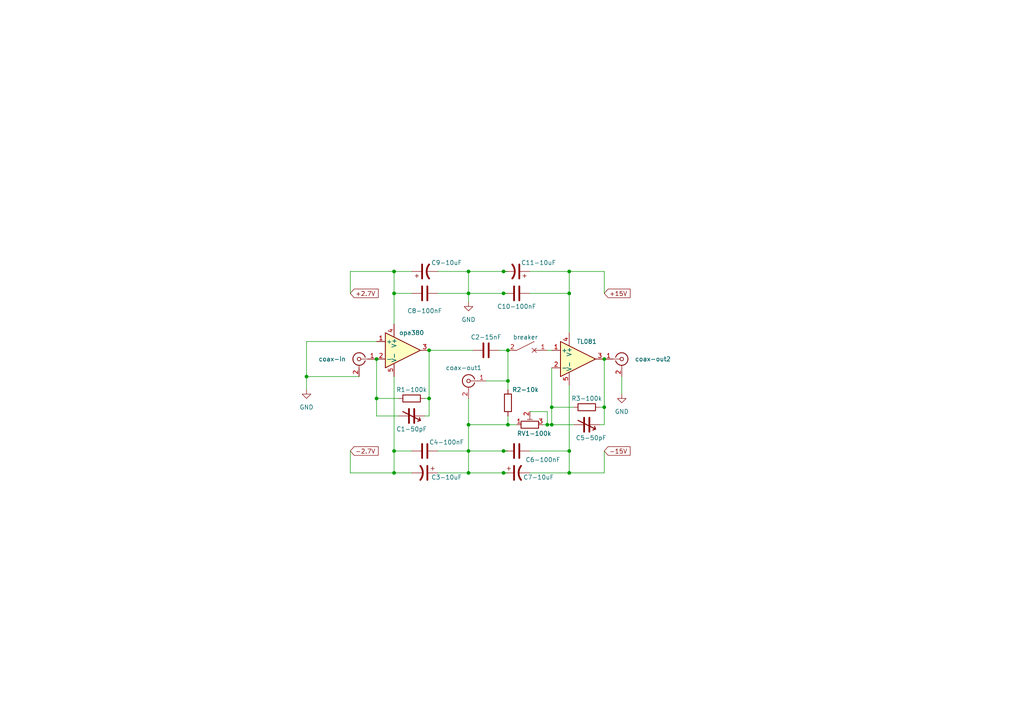
<source format=kicad_sch>
(kicad_sch (version 20230121) (generator eeschema)

  (uuid 1c2464a2-7592-45f1-8818-e9f7f6368cba)

  (paper "A4")

  (lib_symbols
    (symbol "Connector:Conn_Coaxial" (pin_names (offset 1.016) hide) (in_bom yes) (on_board yes)
      (property "Reference" "J" (at 0.254 3.048 0)
        (effects (font (size 1.27 1.27)))
      )
      (property "Value" "Conn_Coaxial" (at 2.921 0 90)
        (effects (font (size 1.27 1.27)))
      )
      (property "Footprint" "" (at 0 0 0)
        (effects (font (size 1.27 1.27)) hide)
      )
      (property "Datasheet" " ~" (at 0 0 0)
        (effects (font (size 1.27 1.27)) hide)
      )
      (property "ki_keywords" "BNC SMA SMB SMC LEMO coaxial connector CINCH RCA" (at 0 0 0)
        (effects (font (size 1.27 1.27)) hide)
      )
      (property "ki_description" "coaxial connector (BNC, SMA, SMB, SMC, Cinch/RCA, LEMO, ...)" (at 0 0 0)
        (effects (font (size 1.27 1.27)) hide)
      )
      (property "ki_fp_filters" "*BNC* *SMA* *SMB* *SMC* *Cinch* *LEMO*" (at 0 0 0)
        (effects (font (size 1.27 1.27)) hide)
      )
      (symbol "Conn_Coaxial_0_1"
        (arc (start -1.778 -0.508) (mid 0.2311 -1.8066) (end 1.778 0)
          (stroke (width 0.254) (type default))
          (fill (type none))
        )
        (polyline
          (pts
            (xy -2.54 0)
            (xy -0.508 0)
          )
          (stroke (width 0) (type default))
          (fill (type none))
        )
        (polyline
          (pts
            (xy 0 -2.54)
            (xy 0 -1.778)
          )
          (stroke (width 0) (type default))
          (fill (type none))
        )
        (circle (center 0 0) (radius 0.508)
          (stroke (width 0.2032) (type default))
          (fill (type none))
        )
        (arc (start 1.778 0) (mid 0.2099 1.8101) (end -1.778 0.508)
          (stroke (width 0.254) (type default))
          (fill (type none))
        )
      )
      (symbol "Conn_Coaxial_1_1"
        (pin passive line (at -5.08 0 0) (length 2.54)
          (name "In" (effects (font (size 1.27 1.27))))
          (number "1" (effects (font (size 1.27 1.27))))
        )
        (pin passive line (at 0 -5.08 90) (length 2.54)
          (name "Ext" (effects (font (size 1.27 1.27))))
          (number "2" (effects (font (size 1.27 1.27))))
        )
      )
    )
    (symbol "Device:C" (pin_numbers hide) (pin_names (offset 0.254)) (in_bom yes) (on_board yes)
      (property "Reference" "C" (at 0.635 2.54 0)
        (effects (font (size 1.27 1.27)) (justify left))
      )
      (property "Value" "C" (at 0.635 -2.54 0)
        (effects (font (size 1.27 1.27)) (justify left))
      )
      (property "Footprint" "" (at 0.9652 -3.81 0)
        (effects (font (size 1.27 1.27)) hide)
      )
      (property "Datasheet" "~" (at 0 0 0)
        (effects (font (size 1.27 1.27)) hide)
      )
      (property "ki_keywords" "cap capacitor" (at 0 0 0)
        (effects (font (size 1.27 1.27)) hide)
      )
      (property "ki_description" "Unpolarized capacitor" (at 0 0 0)
        (effects (font (size 1.27 1.27)) hide)
      )
      (property "ki_fp_filters" "C_*" (at 0 0 0)
        (effects (font (size 1.27 1.27)) hide)
      )
      (symbol "C_0_1"
        (polyline
          (pts
            (xy -2.032 -0.762)
            (xy 2.032 -0.762)
          )
          (stroke (width 0.508) (type default))
          (fill (type none))
        )
        (polyline
          (pts
            (xy -2.032 0.762)
            (xy 2.032 0.762)
          )
          (stroke (width 0.508) (type default))
          (fill (type none))
        )
      )
      (symbol "C_1_1"
        (pin passive line (at 0 3.81 270) (length 2.794)
          (name "~" (effects (font (size 1.27 1.27))))
          (number "1" (effects (font (size 1.27 1.27))))
        )
        (pin passive line (at 0 -3.81 90) (length 2.794)
          (name "~" (effects (font (size 1.27 1.27))))
          (number "2" (effects (font (size 1.27 1.27))))
        )
      )
    )
    (symbol "Device:C_Polarized_US" (pin_numbers hide) (pin_names (offset 0.254) hide) (in_bom yes) (on_board yes)
      (property "Reference" "C" (at 0.635 2.54 0)
        (effects (font (size 1.27 1.27)) (justify left))
      )
      (property "Value" "C_Polarized_US" (at 0.635 -2.54 0)
        (effects (font (size 1.27 1.27)) (justify left))
      )
      (property "Footprint" "" (at 0 0 0)
        (effects (font (size 1.27 1.27)) hide)
      )
      (property "Datasheet" "~" (at 0 0 0)
        (effects (font (size 1.27 1.27)) hide)
      )
      (property "ki_keywords" "cap capacitor" (at 0 0 0)
        (effects (font (size 1.27 1.27)) hide)
      )
      (property "ki_description" "Polarized capacitor, US symbol" (at 0 0 0)
        (effects (font (size 1.27 1.27)) hide)
      )
      (property "ki_fp_filters" "CP_*" (at 0 0 0)
        (effects (font (size 1.27 1.27)) hide)
      )
      (symbol "C_Polarized_US_0_1"
        (polyline
          (pts
            (xy -2.032 0.762)
            (xy 2.032 0.762)
          )
          (stroke (width 0.508) (type default))
          (fill (type none))
        )
        (polyline
          (pts
            (xy -1.778 2.286)
            (xy -0.762 2.286)
          )
          (stroke (width 0) (type default))
          (fill (type none))
        )
        (polyline
          (pts
            (xy -1.27 1.778)
            (xy -1.27 2.794)
          )
          (stroke (width 0) (type default))
          (fill (type none))
        )
        (arc (start 2.032 -1.27) (mid 0 -0.5572) (end -2.032 -1.27)
          (stroke (width 0.508) (type default))
          (fill (type none))
        )
      )
      (symbol "C_Polarized_US_1_1"
        (pin passive line (at 0 3.81 270) (length 2.794)
          (name "~" (effects (font (size 1.27 1.27))))
          (number "1" (effects (font (size 1.27 1.27))))
        )
        (pin passive line (at 0 -3.81 90) (length 3.302)
          (name "~" (effects (font (size 1.27 1.27))))
          (number "2" (effects (font (size 1.27 1.27))))
        )
      )
    )
    (symbol "Device:C_Variable" (pin_numbers hide) (pin_names (offset 0.254) hide) (in_bom yes) (on_board yes)
      (property "Reference" "C" (at 0.635 -1.905 0)
        (effects (font (size 1.27 1.27)) (justify left))
      )
      (property "Value" "C_Variable" (at 0.635 -3.81 0)
        (effects (font (size 1.27 1.27)) (justify left))
      )
      (property "Footprint" "" (at 0 0 0)
        (effects (font (size 1.27 1.27)) hide)
      )
      (property "Datasheet" "~" (at 0 0 0)
        (effects (font (size 1.27 1.27)) hide)
      )
      (property "ki_keywords" "trimmer capacitor" (at 0 0 0)
        (effects (font (size 1.27 1.27)) hide)
      )
      (property "ki_description" "Variable capacitor" (at 0 0 0)
        (effects (font (size 1.27 1.27)) hide)
      )
      (symbol "C_Variable_0_1"
        (polyline
          (pts
            (xy -2.032 -0.762)
            (xy 2.032 -0.762)
          )
          (stroke (width 0.508) (type default))
          (fill (type none))
        )
        (polyline
          (pts
            (xy -2.032 0.762)
            (xy 2.032 0.762)
          )
          (stroke (width 0.508) (type default))
          (fill (type none))
        )
        (polyline
          (pts
            (xy 1.27 2.54)
            (xy -1.27 -2.54)
          )
          (stroke (width 0.3048) (type default))
          (fill (type none))
        )
        (polyline
          (pts
            (xy 1.27 2.54)
            (xy 0.508 2.286)
          )
          (stroke (width 0.3048) (type default))
          (fill (type none))
        )
        (polyline
          (pts
            (xy 1.27 2.54)
            (xy 1.524 1.778)
          )
          (stroke (width 0.3048) (type default))
          (fill (type none))
        )
      )
      (symbol "C_Variable_1_1"
        (pin passive line (at 0 3.81 270) (length 3.048)
          (name "~" (effects (font (size 1.27 1.27))))
          (number "1" (effects (font (size 1.27 1.27))))
        )
        (pin passive line (at 0 -3.81 90) (length 3.048)
          (name "~" (effects (font (size 1.27 1.27))))
          (number "2" (effects (font (size 1.27 1.27))))
        )
      )
    )
    (symbol "Device:CircuitBreaker_1P" (in_bom yes) (on_board yes)
      (property "Reference" "CB1" (at 6.35 -3.81 90)
        (effects (font (size 1.27 1.27)) hide)
      )
      (property "Value" "breaker" (at 0 3.81 90)
        (effects (font (size 1.27 1.27)))
      )
      (property "Footprint" "" (at 0 0 0)
        (effects (font (size 1.27 1.27)) hide)
      )
      (property "Datasheet" "~" (at 0 0 0)
        (effects (font (size 1.27 1.27)) hide)
      )
      (property "ki_keywords" "CB" (at 0 0 0)
        (effects (font (size 1.27 1.27)) hide)
      )
      (property "ki_description" "Single pole circuit breaker" (at 0 0 0)
        (effects (font (size 1.27 1.27)) hide)
      )
      (symbol "CircuitBreaker_1P_0_1"
        (polyline
          (pts
            (xy 0 -5.08)
            (xy 0 -3.81)
          )
          (stroke (width 0) (type default))
          (fill (type none))
        )
        (polyline
          (pts
            (xy 0 -3.81)
            (xy -2.54 1.27)
          )
          (stroke (width 0) (type default))
          (fill (type none))
        )
      )
      (symbol "CircuitBreaker_1P_1_1"
        (polyline
          (pts
            (xy -0.635 1.905)
            (xy 0.635 0.635)
          )
          (stroke (width 0) (type default))
          (fill (type none))
        )
        (polyline
          (pts
            (xy 0 2.54)
            (xy 0 1.27)
          )
          (stroke (width 0) (type default))
          (fill (type none))
        )
        (polyline
          (pts
            (xy 0.635 1.905)
            (xy -0.635 0.635)
          )
          (stroke (width 0) (type default))
          (fill (type none))
        )
        (pin passive line (at 0 5.08 270) (length 2.54)
          (name "~" (effects (font (size 1.27 1.27))))
          (number "1" (effects (font (size 1.27 1.27))))
        )
        (pin passive line (at 0 -6.35 90) (length 2.54)
          (name "~" (effects (font (size 1.27 1.27))))
          (number "2" (effects (font (size 1.27 1.27))))
        )
      )
    )
    (symbol "Device:R" (pin_numbers hide) (pin_names (offset 0)) (in_bom yes) (on_board yes)
      (property "Reference" "R" (at 2.032 0 90)
        (effects (font (size 1.27 1.27)))
      )
      (property "Value" "R" (at 0 0 90)
        (effects (font (size 1.27 1.27)))
      )
      (property "Footprint" "" (at -1.778 0 90)
        (effects (font (size 1.27 1.27)) hide)
      )
      (property "Datasheet" "~" (at 0 0 0)
        (effects (font (size 1.27 1.27)) hide)
      )
      (property "ki_keywords" "R res resistor" (at 0 0 0)
        (effects (font (size 1.27 1.27)) hide)
      )
      (property "ki_description" "Resistor" (at 0 0 0)
        (effects (font (size 1.27 1.27)) hide)
      )
      (property "ki_fp_filters" "R_*" (at 0 0 0)
        (effects (font (size 1.27 1.27)) hide)
      )
      (symbol "R_0_1"
        (rectangle (start -1.016 -2.54) (end 1.016 2.54)
          (stroke (width 0.254) (type default))
          (fill (type none))
        )
      )
      (symbol "R_1_1"
        (pin passive line (at 0 3.81 270) (length 1.27)
          (name "~" (effects (font (size 1.27 1.27))))
          (number "1" (effects (font (size 1.27 1.27))))
        )
        (pin passive line (at 0 -3.81 90) (length 1.27)
          (name "~" (effects (font (size 1.27 1.27))))
          (number "2" (effects (font (size 1.27 1.27))))
        )
      )
    )
    (symbol "Device:R_Potentiometer_Trim" (pin_names (offset 1.016) hide) (in_bom yes) (on_board yes)
      (property "Reference" "RV" (at -4.445 0 90)
        (effects (font (size 1.27 1.27)))
      )
      (property "Value" "R_Potentiometer_Trim" (at -2.54 0 90)
        (effects (font (size 1.27 1.27)))
      )
      (property "Footprint" "" (at 0 0 0)
        (effects (font (size 1.27 1.27)) hide)
      )
      (property "Datasheet" "~" (at 0 0 0)
        (effects (font (size 1.27 1.27)) hide)
      )
      (property "ki_keywords" "resistor variable trimpot trimmer" (at 0 0 0)
        (effects (font (size 1.27 1.27)) hide)
      )
      (property "ki_description" "Trim-potentiometer" (at 0 0 0)
        (effects (font (size 1.27 1.27)) hide)
      )
      (property "ki_fp_filters" "Potentiometer*" (at 0 0 0)
        (effects (font (size 1.27 1.27)) hide)
      )
      (symbol "R_Potentiometer_Trim_0_1"
        (polyline
          (pts
            (xy 1.524 0.762)
            (xy 1.524 -0.762)
          )
          (stroke (width 0) (type default))
          (fill (type none))
        )
        (polyline
          (pts
            (xy 2.54 0)
            (xy 1.524 0)
          )
          (stroke (width 0) (type default))
          (fill (type none))
        )
        (rectangle (start 1.016 2.54) (end -1.016 -2.54)
          (stroke (width 0.254) (type default))
          (fill (type none))
        )
      )
      (symbol "R_Potentiometer_Trim_1_1"
        (pin passive line (at 0 3.81 270) (length 1.27)
          (name "1" (effects (font (size 1.27 1.27))))
          (number "1" (effects (font (size 1.27 1.27))))
        )
        (pin passive line (at 3.81 0 180) (length 1.27)
          (name "2" (effects (font (size 1.27 1.27))))
          (number "2" (effects (font (size 1.27 1.27))))
        )
        (pin passive line (at 0 -3.81 90) (length 1.27)
          (name "3" (effects (font (size 1.27 1.27))))
          (number "3" (effects (font (size 1.27 1.27))))
        )
      )
    )
    (symbol "Simulation_SPICE:OPAMP" (pin_names (offset 0.254)) (in_bom yes) (on_board yes)
      (property "Reference" "U" (at 3.81 3.175 0)
        (effects (font (size 1.27 1.27)) (justify left))
      )
      (property "Value" "${SIM.PARAMS}" (at 3.81 -3.175 0)
        (effects (font (size 1.27 1.27)) (justify left))
      )
      (property "Footprint" "" (at 0 0 0)
        (effects (font (size 1.27 1.27)) hide)
      )
      (property "Datasheet" "~" (at 0 0 0)
        (effects (font (size 1.27 1.27)) hide)
      )
      (property "Sim.Pins" "1=1 2=2 3=3 4=4 5=5" (at 0 0 0)
        (effects (font (size 1.27 1.27)) hide)
      )
      (property "Sim.Device" "SPICE" (at 0 0 0)
        (effects (font (size 1.27 1.27)) (justify left) hide)
      )
      (property "Sim.Params" "type=\"X\" model=\"OPAMP\" lib=\"\"" (at 0 0 0)
        (effects (font (size 1.27 1.27)) hide)
      )
      (property "ki_keywords" "simulation" (at 0 0 0)
        (effects (font (size 1.27 1.27)) hide)
      )
      (property "ki_description" "Operational amplifier, single, node sequence=1:+ 2:- 3:OUT 4:V+ 5:V-" (at 0 0 0)
        (effects (font (size 1.27 1.27)) hide)
      )
      (symbol "OPAMP_0_1"
        (polyline
          (pts
            (xy 5.08 0)
            (xy -5.08 5.08)
            (xy -5.08 -5.08)
            (xy 5.08 0)
          )
          (stroke (width 0.254) (type default))
          (fill (type background))
        )
      )
      (symbol "OPAMP_1_1"
        (pin input line (at -7.62 2.54 0) (length 2.54)
          (name "+" (effects (font (size 1.27 1.27))))
          (number "1" (effects (font (size 1.27 1.27))))
        )
        (pin input line (at -7.62 -2.54 0) (length 2.54)
          (name "-" (effects (font (size 1.27 1.27))))
          (number "2" (effects (font (size 1.27 1.27))))
        )
        (pin output line (at 7.62 0 180) (length 2.54)
          (name "~" (effects (font (size 1.27 1.27))))
          (number "3" (effects (font (size 1.27 1.27))))
        )
        (pin power_in line (at -2.54 7.62 270) (length 3.81)
          (name "V+" (effects (font (size 1.27 1.27))))
          (number "4" (effects (font (size 1.27 1.27))))
        )
        (pin power_in line (at -2.54 -7.62 90) (length 3.81)
          (name "V-" (effects (font (size 1.27 1.27))))
          (number "5" (effects (font (size 1.27 1.27))))
        )
      )
    )
    (symbol "power:GND" (power) (pin_names (offset 0)) (in_bom yes) (on_board yes)
      (property "Reference" "#PWR" (at 0 -6.35 0)
        (effects (font (size 1.27 1.27)) hide)
      )
      (property "Value" "GND" (at 0 -3.81 0)
        (effects (font (size 1.27 1.27)))
      )
      (property "Footprint" "" (at 0 0 0)
        (effects (font (size 1.27 1.27)) hide)
      )
      (property "Datasheet" "" (at 0 0 0)
        (effects (font (size 1.27 1.27)) hide)
      )
      (property "ki_keywords" "global power" (at 0 0 0)
        (effects (font (size 1.27 1.27)) hide)
      )
      (property "ki_description" "Power symbol creates a global label with name \"GND\" , ground" (at 0 0 0)
        (effects (font (size 1.27 1.27)) hide)
      )
      (symbol "GND_0_1"
        (polyline
          (pts
            (xy 0 0)
            (xy 0 -1.27)
            (xy 1.27 -1.27)
            (xy 0 -2.54)
            (xy -1.27 -1.27)
            (xy 0 -1.27)
          )
          (stroke (width 0) (type default))
          (fill (type none))
        )
      )
      (symbol "GND_1_1"
        (pin power_in line (at 0 0 270) (length 0) hide
          (name "GND" (effects (font (size 1.27 1.27))))
          (number "1" (effects (font (size 1.27 1.27))))
        )
      )
    )
  )

  (junction (at 160.02 123.19) (diameter 0) (color 0 0 0 0)
    (uuid 05a26efa-d29c-4978-aaf5-4e4f3e325973)
  )
  (junction (at 124.46 115.57) (diameter 0) (color 0 0 0 0)
    (uuid 0fa712f7-e466-4b83-8bfd-0579bd19b841)
  )
  (junction (at 147.32 101.6) (diameter 0) (color 0 0 0 0)
    (uuid 151de1d7-6b4c-469c-aa2c-0a8824268ccd)
  )
  (junction (at 114.3 85.09) (diameter 0) (color 0 0 0 0)
    (uuid 325b6975-7f33-4fe3-b2bb-de4e07e2ed45)
  )
  (junction (at 109.22 115.57) (diameter 0) (color 0 0 0 0)
    (uuid 3f8b4957-c064-4f3e-8eca-fba7154db956)
  )
  (junction (at 88.9 109.22) (diameter 0) (color 0 0 0 0)
    (uuid 4471ad9b-124b-4bab-ad0b-867bc946a620)
  )
  (junction (at 175.26 118.11) (diameter 0) (color 0 0 0 0)
    (uuid 4a76718a-f5ef-48f7-996a-ec7ff139e2af)
  )
  (junction (at 135.89 85.09) (diameter 0) (color 0 0 0 0)
    (uuid 4fe2fd85-4bf3-4ba6-ba0e-222fd8fe3b28)
  )
  (junction (at 114.3 137.16) (diameter 0) (color 0 0 0 0)
    (uuid 4fff25a4-9648-485a-ae8c-5eb6d05fe4fa)
  )
  (junction (at 146.05 137.16) (diameter 0) (color 0 0 0 0)
    (uuid 542e54f5-cb99-4c29-a48a-fba78c6d5591)
  )
  (junction (at 114.3 130.81) (diameter 0) (color 0 0 0 0)
    (uuid 5566dec4-eea4-4489-9466-acad298d536d)
  )
  (junction (at 135.89 137.16) (diameter 0) (color 0 0 0 0)
    (uuid 5591b8fd-86db-4404-8439-ad53f3c8e8ce)
  )
  (junction (at 147.32 110.49) (diameter 0) (color 0 0 0 0)
    (uuid 598b704c-04d4-4e00-9f9c-087fc3088528)
  )
  (junction (at 146.05 78.74) (diameter 0) (color 0 0 0 0)
    (uuid 5a755db7-b355-46aa-b8bd-87d17179af60)
  )
  (junction (at 146.05 130.81) (diameter 0) (color 0 0 0 0)
    (uuid 64c1b379-1e30-427c-9950-5da22fc12fcf)
  )
  (junction (at 165.1 130.81) (diameter 0) (color 0 0 0 0)
    (uuid 6f71eb0f-380c-4df4-a5df-d2b0b8fdd6fa)
  )
  (junction (at 135.89 130.81) (diameter 0) (color 0 0 0 0)
    (uuid 71d5f2cd-5463-416d-99fe-eba09a78a061)
  )
  (junction (at 158.75 123.19) (diameter 0) (color 0 0 0 0)
    (uuid 7d97fa3b-17f7-4e84-8bb8-7b3cba38b760)
  )
  (junction (at 146.05 85.09) (diameter 0) (color 0 0 0 0)
    (uuid 85fa4bda-9a22-422a-8aba-f01f35002c4d)
  )
  (junction (at 124.46 101.6) (diameter 0) (color 0 0 0 0)
    (uuid 9c1d14a6-3698-43eb-a123-e9aa69c04b46)
  )
  (junction (at 175.26 104.14) (diameter 0) (color 0 0 0 0)
    (uuid a4b33ddb-034d-4477-9895-13dacaca1c33)
  )
  (junction (at 165.1 78.74) (diameter 0) (color 0 0 0 0)
    (uuid a699189d-40bf-4a29-af5a-9b191933139d)
  )
  (junction (at 135.89 78.74) (diameter 0) (color 0 0 0 0)
    (uuid b8b56e36-77ae-4639-be97-8d0e7ba9ffb1)
  )
  (junction (at 147.32 123.19) (diameter 0) (color 0 0 0 0)
    (uuid ba964749-0fdb-46f7-be51-7493dc004cd5)
  )
  (junction (at 160.02 118.11) (diameter 0) (color 0 0 0 0)
    (uuid c099a9d8-c43f-410c-810a-78fdfab8faa9)
  )
  (junction (at 135.89 123.19) (diameter 0) (color 0 0 0 0)
    (uuid d72f9714-dfae-4131-8585-e163f62a387b)
  )
  (junction (at 165.1 137.16) (diameter 0) (color 0 0 0 0)
    (uuid db148f95-293f-46c0-9ace-30fd11963805)
  )
  (junction (at 165.1 85.09) (diameter 0) (color 0 0 0 0)
    (uuid db20811d-ffe4-4a7a-8819-5b7a2c1b1855)
  )
  (junction (at 109.22 104.14) (diameter 0) (color 0 0 0 0)
    (uuid e9607b20-a4c4-422d-99a0-7370576b4a76)
  )
  (junction (at 114.3 78.74) (diameter 0) (color 0 0 0 0)
    (uuid e994fa6d-3cf3-4238-b296-6b6d71e15a7a)
  )

  (wire (pts (xy 147.32 78.74) (xy 146.05 78.74))
    (stroke (width 0) (type default))
    (uuid 00255f13-72f3-4d7f-88dc-1baead39a604)
  )
  (wire (pts (xy 153.67 85.09) (xy 165.1 85.09))
    (stroke (width 0) (type default))
    (uuid 01cc286e-1b46-40d3-8a73-bf8e4c2fbfff)
  )
  (wire (pts (xy 114.3 85.09) (xy 114.3 93.98))
    (stroke (width 0) (type default))
    (uuid 03be056c-7ec2-4460-a664-63f2686bbf4c)
  )
  (wire (pts (xy 160.02 106.68) (xy 160.02 118.11))
    (stroke (width 0) (type default))
    (uuid 05e8ddf4-27f3-46a3-9cac-e87d653fe57d)
  )
  (wire (pts (xy 135.89 123.19) (xy 135.89 130.81))
    (stroke (width 0) (type default))
    (uuid 05f7af5f-9b58-41e5-8110-51aec27aadef)
  )
  (wire (pts (xy 109.22 115.57) (xy 115.57 115.57))
    (stroke (width 0) (type default))
    (uuid 0bd6df8a-a9ad-45cf-a91b-ab34f37f2f34)
  )
  (wire (pts (xy 135.89 85.09) (xy 135.89 78.74))
    (stroke (width 0) (type default))
    (uuid 1043f74a-0b16-4969-96b1-b2a9530007f9)
  )
  (wire (pts (xy 101.6 137.16) (xy 114.3 137.16))
    (stroke (width 0) (type default))
    (uuid 107c80af-fce4-472f-8e49-947a1bd6579e)
  )
  (wire (pts (xy 135.89 123.19) (xy 147.32 123.19))
    (stroke (width 0) (type default))
    (uuid 15907b5f-5934-4246-b720-b781999ef22e)
  )
  (wire (pts (xy 147.32 120.65) (xy 147.32 123.19))
    (stroke (width 0) (type default))
    (uuid 17c6644e-227e-46f3-8ad0-ac1178d9bcd0)
  )
  (wire (pts (xy 147.32 123.19) (xy 149.86 123.19))
    (stroke (width 0) (type default))
    (uuid 1d5cea84-a78c-4e40-a34b-42e6a1df4705)
  )
  (wire (pts (xy 147.32 110.49) (xy 147.32 113.03))
    (stroke (width 0) (type default))
    (uuid 1d6ba5d4-46e3-4a18-9cd5-870893bc31c3)
  )
  (wire (pts (xy 127 137.16) (xy 135.89 137.16))
    (stroke (width 0) (type default))
    (uuid 210ce0fc-4694-402b-ab26-e01c3306e05e)
  )
  (wire (pts (xy 124.46 101.6) (xy 124.46 115.57))
    (stroke (width 0) (type default))
    (uuid 26405046-75b6-40e8-bed5-ce59e3c3fa54)
  )
  (wire (pts (xy 114.3 78.74) (xy 114.3 85.09))
    (stroke (width 0) (type default))
    (uuid 27a2ae9f-03c6-4791-b9bb-6f60ba246b1e)
  )
  (wire (pts (xy 135.89 137.16) (xy 146.05 137.16))
    (stroke (width 0) (type default))
    (uuid 2ac26221-9025-4637-9e73-366ad1692c05)
  )
  (wire (pts (xy 165.1 130.81) (xy 165.1 137.16))
    (stroke (width 0) (type default))
    (uuid 2e59205b-f643-4939-8750-b5244839298e)
  )
  (wire (pts (xy 114.3 137.16) (xy 119.38 137.16))
    (stroke (width 0) (type default))
    (uuid 31d7c6fa-bc90-41bc-a4ac-f61e473cb649)
  )
  (wire (pts (xy 88.9 113.03) (xy 88.9 109.22))
    (stroke (width 0) (type default))
    (uuid 389bf446-2400-4094-a3f5-cf96a6ff0451)
  )
  (wire (pts (xy 140.97 110.49) (xy 147.32 110.49))
    (stroke (width 0) (type default))
    (uuid 3d47b0d8-d6b1-4fc9-a22f-99d476be167b)
  )
  (wire (pts (xy 109.22 120.65) (xy 115.57 120.65))
    (stroke (width 0) (type default))
    (uuid 3e9effa1-66c0-4b8e-a7ac-db1004d7ce24)
  )
  (wire (pts (xy 160.02 118.11) (xy 160.02 123.19))
    (stroke (width 0) (type default))
    (uuid 40afa305-f586-41ba-bd27-a0b6974a6c48)
  )
  (wire (pts (xy 124.46 101.6) (xy 137.16 101.6))
    (stroke (width 0) (type default))
    (uuid 4236483e-0c5b-460f-8679-09d58e9f4478)
  )
  (wire (pts (xy 101.6 137.16) (xy 101.6 130.81))
    (stroke (width 0) (type default))
    (uuid 49356f63-f451-4236-aeae-c6e8a2580a60)
  )
  (wire (pts (xy 153.67 78.74) (xy 165.1 78.74))
    (stroke (width 0) (type default))
    (uuid 4e2ec1c7-061d-47c6-8429-7b1b56fd3c8c)
  )
  (wire (pts (xy 175.26 118.11) (xy 173.99 118.11))
    (stroke (width 0) (type default))
    (uuid 506773a8-2049-433f-9b83-1f8d6e9363d6)
  )
  (wire (pts (xy 153.67 119.38) (xy 158.75 119.38))
    (stroke (width 0) (type default))
    (uuid 570e8bab-2289-4067-a922-c446a35ed2c6)
  )
  (wire (pts (xy 147.32 101.6) (xy 147.32 110.49))
    (stroke (width 0) (type default))
    (uuid 5bae4596-ae73-4964-b964-734693bb941c)
  )
  (wire (pts (xy 175.26 118.11) (xy 175.26 123.19))
    (stroke (width 0) (type default))
    (uuid 5d36e4ff-6506-4481-b054-be3de84bee33)
  )
  (wire (pts (xy 135.89 130.81) (xy 146.05 130.81))
    (stroke (width 0) (type default))
    (uuid 5da2f89e-59de-4b11-b980-6fdec23a8bc1)
  )
  (wire (pts (xy 175.26 104.14) (xy 175.26 118.11))
    (stroke (width 0) (type default))
    (uuid 5e80a254-5a5d-4c9a-a424-2ef3592e87fd)
  )
  (wire (pts (xy 147.32 85.09) (xy 146.05 85.09))
    (stroke (width 0) (type default))
    (uuid 647762d5-9de5-47c0-8bd9-620752297078)
  )
  (wire (pts (xy 175.26 137.16) (xy 175.26 130.81))
    (stroke (width 0) (type default))
    (uuid 67306a11-4a44-4ea9-a7fb-bf5249752f60)
  )
  (wire (pts (xy 101.6 78.74) (xy 114.3 78.74))
    (stroke (width 0) (type default))
    (uuid 67a7b428-7255-4eae-9a00-5e736a67bf71)
  )
  (wire (pts (xy 127 78.74) (xy 135.89 78.74))
    (stroke (width 0) (type default))
    (uuid 682fc13d-bcde-40de-9a21-cb0dca6e2e02)
  )
  (wire (pts (xy 175.26 85.09) (xy 175.26 78.74))
    (stroke (width 0) (type default))
    (uuid 695c403a-987c-4520-8781-b4efd297149d)
  )
  (wire (pts (xy 109.22 115.57) (xy 109.22 120.65))
    (stroke (width 0) (type default))
    (uuid 6c73c90e-1efa-4b51-a6e1-fbd6f8acdeb2)
  )
  (wire (pts (xy 124.46 120.65) (xy 123.19 120.65))
    (stroke (width 0) (type default))
    (uuid 6f6f4736-ad9e-4740-b25a-d891330daf2d)
  )
  (wire (pts (xy 109.22 99.06) (xy 88.9 99.06))
    (stroke (width 0) (type default))
    (uuid 75480776-9b74-4514-9558-9919413ba2ac)
  )
  (wire (pts (xy 88.9 99.06) (xy 88.9 109.22))
    (stroke (width 0) (type default))
    (uuid 7657e2e7-1659-48de-91c1-d24375762a9e)
  )
  (wire (pts (xy 109.22 104.14) (xy 109.22 115.57))
    (stroke (width 0) (type default))
    (uuid 7b401306-54ab-459f-8b4c-733e4830f553)
  )
  (wire (pts (xy 101.6 78.74) (xy 101.6 85.09))
    (stroke (width 0) (type default))
    (uuid 7cc3544f-e619-4877-ad0e-ee9d4402ea3b)
  )
  (wire (pts (xy 124.46 115.57) (xy 124.46 120.65))
    (stroke (width 0) (type default))
    (uuid 7fcb3728-4eeb-4b73-aaad-a17e359c4a60)
  )
  (wire (pts (xy 153.67 130.81) (xy 165.1 130.81))
    (stroke (width 0) (type default))
    (uuid 81a664b4-76c7-4c81-83c2-042336f1735a)
  )
  (wire (pts (xy 135.89 115.57) (xy 135.89 123.19))
    (stroke (width 0) (type default))
    (uuid 83bc5023-22e0-42aa-97af-4c5f75900caa)
  )
  (wire (pts (xy 114.3 130.81) (xy 114.3 137.16))
    (stroke (width 0) (type default))
    (uuid 83d8f69e-72d9-4b44-a99e-7d796e96a74b)
  )
  (wire (pts (xy 114.3 109.22) (xy 114.3 130.81))
    (stroke (width 0) (type default))
    (uuid 858bc044-1edb-4ad4-ba4e-e66a0ffeae6e)
  )
  (wire (pts (xy 158.75 101.6) (xy 160.02 101.6))
    (stroke (width 0) (type default))
    (uuid 8715cc27-455a-4953-ba4c-b97387eaab7b)
  )
  (wire (pts (xy 114.3 78.74) (xy 119.38 78.74))
    (stroke (width 0) (type default))
    (uuid 8c3133fd-4240-4004-8ab0-fda898ea72ae)
  )
  (wire (pts (xy 124.46 115.57) (xy 123.19 115.57))
    (stroke (width 0) (type default))
    (uuid 8f7c5756-5c81-4f60-8e6b-dbc30bfbccba)
  )
  (wire (pts (xy 158.75 123.19) (xy 157.48 123.19))
    (stroke (width 0) (type default))
    (uuid 91668b95-b05f-4606-8e46-1fc82bab3c4d)
  )
  (wire (pts (xy 180.34 114.3) (xy 180.34 109.22))
    (stroke (width 0) (type default))
    (uuid 91bd62f4-5896-4b02-a051-a1b5b6af8c40)
  )
  (wire (pts (xy 144.78 101.6) (xy 147.32 101.6))
    (stroke (width 0) (type default))
    (uuid 94c12a2d-9542-4ab9-959b-db65701a211a)
  )
  (wire (pts (xy 114.3 85.09) (xy 119.38 85.09))
    (stroke (width 0) (type default))
    (uuid a00362c5-ac14-498a-94b6-efeaf148a66f)
  )
  (wire (pts (xy 135.89 85.09) (xy 146.05 85.09))
    (stroke (width 0) (type default))
    (uuid a6a09389-ba4c-4c47-81f7-2abfa22d0f7d)
  )
  (wire (pts (xy 175.26 78.74) (xy 165.1 78.74))
    (stroke (width 0) (type default))
    (uuid a875013b-7f9a-4bff-afaf-6553b36d25e4)
  )
  (wire (pts (xy 160.02 123.19) (xy 158.75 123.19))
    (stroke (width 0) (type default))
    (uuid abca3f99-f0c6-4b88-ac3c-5677ed2f59af)
  )
  (wire (pts (xy 158.75 119.38) (xy 158.75 123.19))
    (stroke (width 0) (type default))
    (uuid ad1c8097-42af-4352-898b-0e8c432ffa76)
  )
  (wire (pts (xy 135.89 87.63) (xy 135.89 85.09))
    (stroke (width 0) (type default))
    (uuid ba396769-0ac8-41d2-a413-20d0e2b2b03a)
  )
  (wire (pts (xy 147.32 137.16) (xy 146.05 137.16))
    (stroke (width 0) (type default))
    (uuid bc0f56d7-a262-466b-aa1a-81570ad3ac5c)
  )
  (wire (pts (xy 153.67 137.16) (xy 165.1 137.16))
    (stroke (width 0) (type default))
    (uuid c0a04a98-c183-42fc-8374-a4073f5d9f4b)
  )
  (wire (pts (xy 135.89 130.81) (xy 135.89 137.16))
    (stroke (width 0) (type default))
    (uuid c37427d1-c7ba-4b38-b6c3-86a7494cc748)
  )
  (wire (pts (xy 114.3 130.81) (xy 119.38 130.81))
    (stroke (width 0) (type default))
    (uuid c7c9a08c-fb47-4154-99d7-15aa52fe5cd0)
  )
  (wire (pts (xy 165.1 111.76) (xy 165.1 130.81))
    (stroke (width 0) (type default))
    (uuid d5bd4de1-88fd-4f12-8a83-0a0f98292855)
  )
  (wire (pts (xy 160.02 123.19) (xy 166.37 123.19))
    (stroke (width 0) (type default))
    (uuid dd6d2646-e37e-44a3-9f66-810515c170ba)
  )
  (wire (pts (xy 147.32 130.81) (xy 146.05 130.81))
    (stroke (width 0) (type default))
    (uuid e5e99a6a-fbcd-4983-a317-c7e646a5789a)
  )
  (wire (pts (xy 160.02 118.11) (xy 166.37 118.11))
    (stroke (width 0) (type default))
    (uuid e64e0cd4-c726-421b-b3b4-294a8733ef78)
  )
  (wire (pts (xy 135.89 78.74) (xy 146.05 78.74))
    (stroke (width 0) (type default))
    (uuid e92d8304-1ffb-41ca-bcfb-f347a400f9a4)
  )
  (wire (pts (xy 165.1 78.74) (xy 165.1 85.09))
    (stroke (width 0) (type default))
    (uuid eb54baef-e97d-464d-8ae8-ce175e226485)
  )
  (wire (pts (xy 165.1 85.09) (xy 165.1 96.52))
    (stroke (width 0) (type default))
    (uuid efbe7cad-d3a3-4b03-9a14-3705362f5832)
  )
  (wire (pts (xy 88.9 109.22) (xy 104.14 109.22))
    (stroke (width 0) (type default))
    (uuid f522f3e9-a5ea-4edd-a84a-9280283e57f3)
  )
  (wire (pts (xy 175.26 137.16) (xy 165.1 137.16))
    (stroke (width 0) (type default))
    (uuid f6f0df75-4cdb-4dc8-a7e0-0452bece219c)
  )
  (wire (pts (xy 127 130.81) (xy 135.89 130.81))
    (stroke (width 0) (type default))
    (uuid fb9a909b-afb7-4e96-8034-ca9d2baab0c9)
  )
  (wire (pts (xy 127 85.09) (xy 135.89 85.09))
    (stroke (width 0) (type default))
    (uuid fcb9dc2a-2b36-433a-b672-2ea1dcfd8452)
  )
  (wire (pts (xy 175.26 123.19) (xy 173.99 123.19))
    (stroke (width 0) (type default))
    (uuid fd22fe40-515f-4390-8a11-54dc1106ad7a)
  )

  (global_label "-15V" (shape input) (at 175.26 130.81 0) (fields_autoplaced)
    (effects (font (size 1.27 1.27)) (justify left))
    (uuid 2589da72-c7d8-4c6b-890d-8d9d961ecee2)
    (property "Intersheetrefs" "${INTERSHEET_REFS}" (at 183.2458 130.81 0)
      (effects (font (size 1.27 1.27)) (justify left) hide)
    )
  )
  (global_label "-2.7V" (shape input) (at 101.6 130.81 0) (fields_autoplaced)
    (effects (font (size 1.27 1.27)) (justify left))
    (uuid 7d546442-d3a0-42b5-89b1-dd514b3ba29a)
    (property "Intersheetrefs" "${INTERSHEET_REFS}" (at 110.1906 130.81 0)
      (effects (font (size 1.27 1.27)) (justify left) hide)
    )
  )
  (global_label "+15V" (shape input) (at 175.26 85.09 0) (fields_autoplaced)
    (effects (font (size 1.27 1.27)) (justify left))
    (uuid bbeb404a-0f5e-4e68-920d-0906086950c6)
    (property "Intersheetrefs" "${INTERSHEET_REFS}" (at 183.2458 85.09 0)
      (effects (font (size 1.27 1.27)) (justify left) hide)
    )
  )
  (global_label "+2.7V" (shape input) (at 101.6 85.09 0) (fields_autoplaced)
    (effects (font (size 1.27 1.27)) (justify left))
    (uuid e06d01d8-da29-4fd4-b63b-b873f938b57e)
    (property "Intersheetrefs" "${INTERSHEET_REFS}" (at 110.1906 85.09 0)
      (effects (font (size 1.27 1.27)) (justify left) hide)
    )
  )

  (symbol (lib_id "Connector:Conn_Coaxial") (at 135.89 110.49 0) (mirror y) (unit 1)
    (in_bom yes) (on_board yes) (dnp no)
    (uuid 0e5d2747-55ba-46e7-a758-2d7505229d33)
    (property "Reference" "J2" (at 132.08 110.1482 0)
      (effects (font (size 1.27 1.27)) (justify left) hide)
    )
    (property "Value" "coax-out1" (at 139.7 106.68 0)
      (effects (font (size 1.27 1.27)) (justify left))
    )
    (property "Footprint" "" (at 135.89 110.49 0)
      (effects (font (size 1.27 1.27)) hide)
    )
    (property "Datasheet" " ~" (at 135.89 110.49 0)
      (effects (font (size 1.27 1.27)) hide)
    )
    (pin "1" (uuid b7ff318e-77f3-4b5c-b489-1b5ea23d100c))
    (pin "2" (uuid bbf65665-9cf6-4fac-a46b-d9da65b1ab85))
    (instances
      (project "ampli"
        (path "/1c2464a2-7592-45f1-8818-e9f7f6368cba"
          (reference "J2") (unit 1)
        )
      )
    )
  )

  (symbol (lib_id "Device:C") (at 140.97 101.6 270) (unit 1)
    (in_bom yes) (on_board yes) (dnp no)
    (uuid 1aede6f3-3c75-4542-b951-5630c6542106)
    (property "Reference" "C2-15nF" (at 140.97 97.79 90)
      (effects (font (size 1.27 1.27)))
    )
    (property "Value" "C" (at 140.97 97.79 90)
      (effects (font (size 1.27 1.27)) hide)
    )
    (property "Footprint" "" (at 137.16 102.5652 0)
      (effects (font (size 1.27 1.27)) hide)
    )
    (property "Datasheet" "~" (at 140.97 101.6 0)
      (effects (font (size 1.27 1.27)) hide)
    )
    (pin "1" (uuid f32314f5-0f46-4d9d-9b7c-a81689d0ebc8))
    (pin "2" (uuid f503ed13-8209-45d7-8035-5d1bc1ef7305))
    (instances
      (project "ampli"
        (path "/1c2464a2-7592-45f1-8818-e9f7f6368cba"
          (reference "C2-15nF") (unit 1)
        )
      )
    )
  )

  (symbol (lib_id "Device:R_Potentiometer_Trim") (at 153.67 123.19 90) (unit 1)
    (in_bom yes) (on_board yes) (dnp no)
    (uuid 350e1801-bff0-49ff-ae4d-084139e7d590)
    (property "Reference" "RV1-100k" (at 154.94 125.73 90)
      (effects (font (size 1.27 1.27)))
    )
    (property "Value" "R_Potentiometer_Trim" (at 153.67 129.54 90)
      (effects (font (size 1.27 1.27)) hide)
    )
    (property "Footprint" "" (at 153.67 123.19 0)
      (effects (font (size 1.27 1.27)) hide)
    )
    (property "Datasheet" "~" (at 153.67 123.19 0)
      (effects (font (size 1.27 1.27)) hide)
    )
    (pin "1" (uuid 0b36b32c-6b8d-4e14-aeab-012ebb1877fd))
    (pin "2" (uuid 990b9d1f-9a26-4055-bf51-a24f4b0087f2))
    (pin "3" (uuid 3ebae8b0-26ec-4788-abde-d09e670f1094))
    (instances
      (project "ampli"
        (path "/1c2464a2-7592-45f1-8818-e9f7f6368cba"
          (reference "RV1-100k") (unit 1)
        )
      )
    )
  )

  (symbol (lib_id "Device:C_Polarized_US") (at 149.86 137.16 90) (mirror x) (unit 1)
    (in_bom yes) (on_board yes) (dnp no)
    (uuid 3aa69e1e-6196-436e-a6ee-be20d935ed94)
    (property "Reference" "C7-10uF" (at 156.21 138.43 90)
      (effects (font (size 1.27 1.27)))
    )
    (property "Value" "C_Polarized_US" (at 149.225 133.35 90)
      (effects (font (size 1.27 1.27)) hide)
    )
    (property "Footprint" "" (at 149.86 137.16 0)
      (effects (font (size 1.27 1.27)) hide)
    )
    (property "Datasheet" "~" (at 149.86 137.16 0)
      (effects (font (size 1.27 1.27)) hide)
    )
    (pin "1" (uuid 096385ae-eb84-4c0a-9858-e581c03d6c2c))
    (pin "2" (uuid 6867fa59-d102-47dd-a5d2-90af43050600))
    (instances
      (project "ampli"
        (path "/1c2464a2-7592-45f1-8818-e9f7f6368cba"
          (reference "C7-10uF") (unit 1)
        )
      )
    )
  )

  (symbol (lib_id "power:GND") (at 180.34 114.3 0) (mirror y) (unit 1)
    (in_bom yes) (on_board yes) (dnp no) (fields_autoplaced)
    (uuid 42d485df-db32-43ec-b17c-e6fa25e4fd7b)
    (property "Reference" "#PWR03" (at 180.34 120.65 0)
      (effects (font (size 1.27 1.27)) hide)
    )
    (property "Value" "GND" (at 180.34 119.38 0)
      (effects (font (size 1.27 1.27)))
    )
    (property "Footprint" "" (at 180.34 114.3 0)
      (effects (font (size 1.27 1.27)) hide)
    )
    (property "Datasheet" "" (at 180.34 114.3 0)
      (effects (font (size 1.27 1.27)) hide)
    )
    (pin "1" (uuid 4c4cba7a-1868-4b85-bbbb-6c3fba6b5066))
    (instances
      (project "ampli"
        (path "/1c2464a2-7592-45f1-8818-e9f7f6368cba"
          (reference "#PWR03") (unit 1)
        )
      )
    )
  )

  (symbol (lib_id "Device:C_Polarized_US") (at 149.86 78.74 270) (mirror x) (unit 1)
    (in_bom yes) (on_board yes) (dnp no)
    (uuid 4efd15d5-2e1b-444a-84de-ab78fb37852b)
    (property "Reference" "C11-10uF" (at 156.21 76.2 90)
      (effects (font (size 1.27 1.27)))
    )
    (property "Value" "C_Polarized_US" (at 150.495 82.55 90)
      (effects (font (size 1.27 1.27)) hide)
    )
    (property "Footprint" "" (at 149.86 78.74 0)
      (effects (font (size 1.27 1.27)) hide)
    )
    (property "Datasheet" "~" (at 149.86 78.74 0)
      (effects (font (size 1.27 1.27)) hide)
    )
    (pin "1" (uuid c36216ac-e348-4ec6-a8ff-cf572a466b67))
    (pin "2" (uuid 1edff37a-9628-4884-9580-e759451e5e89))
    (instances
      (project "ampli"
        (path "/1c2464a2-7592-45f1-8818-e9f7f6368cba"
          (reference "C11-10uF") (unit 1)
        )
      )
    )
  )

  (symbol (lib_id "Device:C") (at 123.19 130.81 270) (unit 1)
    (in_bom yes) (on_board yes) (dnp no)
    (uuid 5d38366f-e2aa-4650-b3ad-428d34de7f06)
    (property "Reference" "C4-100nF" (at 129.54 128.27 90)
      (effects (font (size 1.27 1.27)))
    )
    (property "Value" "C" (at 123.19 127 90)
      (effects (font (size 1.27 1.27)) hide)
    )
    (property "Footprint" "" (at 119.38 131.7752 0)
      (effects (font (size 1.27 1.27)) hide)
    )
    (property "Datasheet" "~" (at 123.19 130.81 0)
      (effects (font (size 1.27 1.27)) hide)
    )
    (pin "1" (uuid cb36e0e5-92c4-4b0d-9c99-cd461fc3d89c))
    (pin "2" (uuid 0348dd98-e8f2-4ab0-a130-5e5b1265c87a))
    (instances
      (project "ampli"
        (path "/1c2464a2-7592-45f1-8818-e9f7f6368cba"
          (reference "C4-100nF") (unit 1)
        )
      )
    )
  )

  (symbol (lib_id "Device:C") (at 149.86 130.81 270) (unit 1)
    (in_bom yes) (on_board yes) (dnp no)
    (uuid 62d9be4a-5c35-47f1-b22e-1d3437021d39)
    (property "Reference" "C6-100nF" (at 157.48 133.35 90)
      (effects (font (size 1.27 1.27)))
    )
    (property "Value" "C" (at 149.86 127 90)
      (effects (font (size 1.27 1.27)) hide)
    )
    (property "Footprint" "" (at 146.05 131.7752 0)
      (effects (font (size 1.27 1.27)) hide)
    )
    (property "Datasheet" "~" (at 149.86 130.81 0)
      (effects (font (size 1.27 1.27)) hide)
    )
    (pin "1" (uuid 604f7737-27e2-43f6-b31d-c29e3c03a3db))
    (pin "2" (uuid 6341784b-3dea-459e-881b-9d073b4efc73))
    (instances
      (project "ampli"
        (path "/1c2464a2-7592-45f1-8818-e9f7f6368cba"
          (reference "C6-100nF") (unit 1)
        )
      )
    )
  )

  (symbol (lib_id "Device:C_Variable") (at 119.38 120.65 270) (unit 1)
    (in_bom yes) (on_board yes) (dnp no)
    (uuid 679fee31-9fbd-406b-9628-4f3dac8267da)
    (property "Reference" "C1-50pF" (at 119.38 124.46 90)
      (effects (font (size 1.27 1.27)))
    )
    (property "Value" "C_Variable" (at 119.38 116.84 90)
      (effects (font (size 1.27 1.27)) hide)
    )
    (property "Footprint" "" (at 119.38 120.65 0)
      (effects (font (size 1.27 1.27)) hide)
    )
    (property "Datasheet" "~" (at 119.38 120.65 0)
      (effects (font (size 1.27 1.27)) hide)
    )
    (pin "1" (uuid cf077fee-ceac-45ed-916f-093d0fc9028e))
    (pin "2" (uuid 66810670-9a82-41f2-8f49-0f340a594a6e))
    (instances
      (project "ampli"
        (path "/1c2464a2-7592-45f1-8818-e9f7f6368cba"
          (reference "C1-50pF") (unit 1)
        )
      )
    )
  )

  (symbol (lib_id "Device:C") (at 149.86 85.09 270) (mirror x) (unit 1)
    (in_bom yes) (on_board yes) (dnp no)
    (uuid 67fa11ff-e2d2-4ef5-b992-e57ff5da70ee)
    (property "Reference" "C10-100nF" (at 149.86 88.9 90)
      (effects (font (size 1.27 1.27)))
    )
    (property "Value" "C" (at 149.86 88.9 90)
      (effects (font (size 1.27 1.27)) hide)
    )
    (property "Footprint" "" (at 146.05 84.1248 0)
      (effects (font (size 1.27 1.27)) hide)
    )
    (property "Datasheet" "~" (at 149.86 85.09 0)
      (effects (font (size 1.27 1.27)) hide)
    )
    (pin "1" (uuid c4da15f5-cbd1-4f01-a371-c0b100b151d9))
    (pin "2" (uuid e2f33cf4-0488-4fb2-af58-de785d3410b9))
    (instances
      (project "ampli"
        (path "/1c2464a2-7592-45f1-8818-e9f7f6368cba"
          (reference "C10-100nF") (unit 1)
        )
      )
    )
  )

  (symbol (lib_id "Device:R") (at 147.32 116.84 180) (unit 1)
    (in_bom yes) (on_board yes) (dnp no)
    (uuid 75269168-6c98-48a5-94e4-e6286de0183a)
    (property "Reference" "R2-10k" (at 152.4 113.03 0)
      (effects (font (size 1.27 1.27)))
    )
    (property "Value" "R" (at 149.86 116.84 90)
      (effects (font (size 1.27 1.27)) hide)
    )
    (property "Footprint" "" (at 149.098 116.84 90)
      (effects (font (size 1.27 1.27)) hide)
    )
    (property "Datasheet" "~" (at 147.32 116.84 0)
      (effects (font (size 1.27 1.27)) hide)
    )
    (pin "1" (uuid c74c16bd-ed7c-41a2-82e9-54af9a21e1f2))
    (pin "2" (uuid 7a11fbae-888b-43d5-bf50-149e1ee76bc0))
    (instances
      (project "ampli"
        (path "/1c2464a2-7592-45f1-8818-e9f7f6368cba"
          (reference "R2-10k") (unit 1)
        )
      )
    )
  )

  (symbol (lib_id "Connector:Conn_Coaxial") (at 104.14 104.14 0) (mirror y) (unit 1)
    (in_bom yes) (on_board yes) (dnp no)
    (uuid 90f91e40-e864-425f-b17a-df6b04bd1ed0)
    (property "Reference" "J1" (at 100.33 103.7982 0)
      (effects (font (size 1.27 1.27)) (justify left) hide)
    )
    (property "Value" "coax-in" (at 100.33 104.14 0)
      (effects (font (size 1.27 1.27)) (justify left))
    )
    (property "Footprint" "" (at 104.14 104.14 0)
      (effects (font (size 1.27 1.27)) hide)
    )
    (property "Datasheet" " ~" (at 104.14 104.14 0)
      (effects (font (size 1.27 1.27)) hide)
    )
    (pin "1" (uuid 881d5c11-bd41-4227-95b1-ead5bcab646a))
    (pin "2" (uuid eead4e41-cac4-4435-9f51-26c6fa6dbda2))
    (instances
      (project "ampli"
        (path "/1c2464a2-7592-45f1-8818-e9f7f6368cba"
          (reference "J1") (unit 1)
        )
      )
    )
  )

  (symbol (lib_id "Device:C_Polarized_US") (at 123.19 137.16 270) (unit 1)
    (in_bom yes) (on_board yes) (dnp no)
    (uuid 9a354971-39a1-4e41-82d1-7b52b38da951)
    (property "Reference" "C3-10uF" (at 129.54 138.43 90)
      (effects (font (size 1.27 1.27)))
    )
    (property "Value" "C_Polarized_US" (at 123.825 133.35 90)
      (effects (font (size 1.27 1.27)) hide)
    )
    (property "Footprint" "" (at 123.19 137.16 0)
      (effects (font (size 1.27 1.27)) hide)
    )
    (property "Datasheet" "~" (at 123.19 137.16 0)
      (effects (font (size 1.27 1.27)) hide)
    )
    (pin "1" (uuid c03a1aa6-54ac-4a9c-93c5-95962245b013))
    (pin "2" (uuid 5379b479-46e6-495f-94d5-a560deab511f))
    (instances
      (project "ampli"
        (path "/1c2464a2-7592-45f1-8818-e9f7f6368cba"
          (reference "C3-10uF") (unit 1)
        )
      )
    )
  )

  (symbol (lib_id "Simulation_SPICE:OPAMP") (at 167.64 104.14 0) (unit 1)
    (in_bom yes) (on_board yes) (dnp no)
    (uuid a72ebfee-526d-4645-b6bf-713992f90002)
    (property "Reference" "U2" (at 177.8 100.7111 0)
      (effects (font (size 1.27 1.27)) hide)
    )
    (property "Value" "TL081" (at 170.18 99.06 0)
      (effects (font (size 1.27 1.27)))
    )
    (property "Footprint" "" (at 167.64 104.14 0)
      (effects (font (size 1.27 1.27)) hide)
    )
    (property "Datasheet" "~" (at 167.64 104.14 0)
      (effects (font (size 1.27 1.27)) hide)
    )
    (property "Sim.Pins" "1=1 2=2 3=3 4=4 5=5" (at 167.64 104.14 0)
      (effects (font (size 1.27 1.27)) hide)
    )
    (property "Sim.Device" "SPICE" (at 167.64 104.14 0)
      (effects (font (size 1.27 1.27)) (justify left) hide)
    )
    (property "Sim.Params" "type=\"X\" model=\"OPAMP\" lib=\"\"" (at 167.64 104.14 0)
      (effects (font (size 1.27 1.27)) hide)
    )
    (pin "1" (uuid 96a12b7e-d187-48b6-9fe6-2ee9a0ed1069))
    (pin "2" (uuid 203bb7b9-8a4f-425d-bc9c-429d7fefacc8))
    (pin "3" (uuid 63b97c5e-ac2f-4723-829c-cf956300fd81))
    (pin "4" (uuid d9df48a6-b7d1-448f-a0fb-3ea421b48f51))
    (pin "5" (uuid 9b2a916b-f759-4cb6-9f61-f23e8a85e67f))
    (instances
      (project "ampli"
        (path "/1c2464a2-7592-45f1-8818-e9f7f6368cba"
          (reference "U2") (unit 1)
        )
      )
    )
  )

  (symbol (lib_id "power:GND") (at 135.89 87.63 0) (unit 1)
    (in_bom yes) (on_board yes) (dnp no)
    (uuid b20c4c09-3d66-4fde-aa0e-9f2785b53583)
    (property "Reference" "#PWR04" (at 135.89 93.98 0)
      (effects (font (size 1.27 1.27)) hide)
    )
    (property "Value" "GND" (at 135.89 92.71 0)
      (effects (font (size 1.27 1.27)))
    )
    (property "Footprint" "" (at 135.89 87.63 0)
      (effects (font (size 1.27 1.27)) hide)
    )
    (property "Datasheet" "" (at 135.89 87.63 0)
      (effects (font (size 1.27 1.27)) hide)
    )
    (pin "1" (uuid 0af9c016-c790-41cb-b3f3-143a7ee86f92))
    (instances
      (project "ampli"
        (path "/1c2464a2-7592-45f1-8818-e9f7f6368cba"
          (reference "#PWR04") (unit 1)
        )
      )
    )
  )

  (symbol (lib_id "Device:R") (at 119.38 115.57 270) (unit 1)
    (in_bom yes) (on_board yes) (dnp no)
    (uuid b7730a09-8f08-4cb5-b679-ff04791246c0)
    (property "Reference" "R1-100k" (at 119.38 113.03 90)
      (effects (font (size 1.27 1.27)))
    )
    (property "Value" "R" (at 119.38 113.03 90)
      (effects (font (size 1.27 1.27)) hide)
    )
    (property "Footprint" "" (at 119.38 113.792 90)
      (effects (font (size 1.27 1.27)) hide)
    )
    (property "Datasheet" "~" (at 119.38 115.57 0)
      (effects (font (size 1.27 1.27)) hide)
    )
    (pin "1" (uuid c4e261cd-deea-4eef-a344-6cdca4f7ae59))
    (pin "2" (uuid e1476d9b-dbd8-412c-957a-90ed30745088))
    (instances
      (project "ampli"
        (path "/1c2464a2-7592-45f1-8818-e9f7f6368cba"
          (reference "R1-100k") (unit 1)
        )
      )
    )
  )

  (symbol (lib_id "Device:R") (at 170.18 118.11 270) (unit 1)
    (in_bom yes) (on_board yes) (dnp no)
    (uuid c6ebde2f-ceb3-400b-bdfd-f336ce870c2e)
    (property "Reference" "R3-100k" (at 170.18 115.57 90)
      (effects (font (size 1.27 1.27)))
    )
    (property "Value" "R" (at 170.18 115.57 90)
      (effects (font (size 1.27 1.27)) hide)
    )
    (property "Footprint" "" (at 170.18 116.332 90)
      (effects (font (size 1.27 1.27)) hide)
    )
    (property "Datasheet" "~" (at 170.18 118.11 0)
      (effects (font (size 1.27 1.27)) hide)
    )
    (pin "1" (uuid 990cb2bb-b483-4aaf-9913-6e540851cc8f))
    (pin "2" (uuid d5921c5f-a2ff-436a-acac-b606265f9e93))
    (instances
      (project "ampli"
        (path "/1c2464a2-7592-45f1-8818-e9f7f6368cba"
          (reference "R3-100k") (unit 1)
        )
      )
    )
  )

  (symbol (lib_id "Device:C_Polarized_US") (at 123.19 78.74 90) (unit 1)
    (in_bom yes) (on_board yes) (dnp no)
    (uuid c94f4daa-aa0c-4793-850b-ae49f0cafa9c)
    (property "Reference" "C9-10uF" (at 129.54 76.2 90)
      (effects (font (size 1.27 1.27)))
    )
    (property "Value" "C_Polarized_US" (at 122.555 82.55 90)
      (effects (font (size 1.27 1.27)) hide)
    )
    (property "Footprint" "" (at 123.19 78.74 0)
      (effects (font (size 1.27 1.27)) hide)
    )
    (property "Datasheet" "~" (at 123.19 78.74 0)
      (effects (font (size 1.27 1.27)) hide)
    )
    (pin "1" (uuid 02d962ca-b545-46fb-8574-ae5874cbc5bc))
    (pin "2" (uuid 4ade5c36-54b3-438d-816c-1b5f2f0d1cde))
    (instances
      (project "ampli"
        (path "/1c2464a2-7592-45f1-8818-e9f7f6368cba"
          (reference "C9-10uF") (unit 1)
        )
      )
    )
  )

  (symbol (lib_id "power:GND") (at 88.9 113.03 0) (unit 1)
    (in_bom yes) (on_board yes) (dnp no) (fields_autoplaced)
    (uuid cca713f4-6906-4a70-967a-d5667af88c25)
    (property "Reference" "#PWR01" (at 88.9 119.38 0)
      (effects (font (size 1.27 1.27)) hide)
    )
    (property "Value" "GND" (at 88.9 118.11 0)
      (effects (font (size 1.27 1.27)))
    )
    (property "Footprint" "" (at 88.9 113.03 0)
      (effects (font (size 1.27 1.27)) hide)
    )
    (property "Datasheet" "" (at 88.9 113.03 0)
      (effects (font (size 1.27 1.27)) hide)
    )
    (pin "1" (uuid 2953ac6a-cb2a-4bc0-958e-dfebdb5c233a))
    (instances
      (project "ampli"
        (path "/1c2464a2-7592-45f1-8818-e9f7f6368cba"
          (reference "#PWR01") (unit 1)
        )
      )
    )
  )

  (symbol (lib_id "Device:C_Variable") (at 170.18 123.19 270) (unit 1)
    (in_bom yes) (on_board yes) (dnp no)
    (uuid d3390c33-acb8-4a97-9f6f-01736858aff9)
    (property "Reference" "C5-50pF" (at 171.45 127 90)
      (effects (font (size 1.27 1.27)))
    )
    (property "Value" "C_Variable" (at 170.18 119.38 90)
      (effects (font (size 1.27 1.27)) hide)
    )
    (property "Footprint" "" (at 170.18 123.19 0)
      (effects (font (size 1.27 1.27)) hide)
    )
    (property "Datasheet" "~" (at 170.18 123.19 0)
      (effects (font (size 1.27 1.27)) hide)
    )
    (pin "1" (uuid 1a460001-5c2d-4cfa-8ff9-07e8520ea5b8))
    (pin "2" (uuid 71df9604-7ca6-4b96-8b9b-1d137d59adfc))
    (instances
      (project "ampli"
        (path "/1c2464a2-7592-45f1-8818-e9f7f6368cba"
          (reference "C5-50pF") (unit 1)
        )
      )
    )
  )

  (symbol (lib_id "Device:C") (at 123.19 85.09 270) (mirror x) (unit 1)
    (in_bom yes) (on_board yes) (dnp no)
    (uuid d44b649e-be73-44d1-b323-c736c10fd65a)
    (property "Reference" "C8-100nF" (at 123.19 90.17 90)
      (effects (font (size 1.27 1.27)))
    )
    (property "Value" "C" (at 123.19 88.9 90)
      (effects (font (size 1.27 1.27)) hide)
    )
    (property "Footprint" "" (at 119.38 84.1248 0)
      (effects (font (size 1.27 1.27)) hide)
    )
    (property "Datasheet" "~" (at 123.19 85.09 0)
      (effects (font (size 1.27 1.27)) hide)
    )
    (pin "1" (uuid ba48effd-dd88-4b0d-bd00-1023081501b4))
    (pin "2" (uuid 535a90f9-4551-4f5d-a93b-6a7db86dfddd))
    (instances
      (project "ampli"
        (path "/1c2464a2-7592-45f1-8818-e9f7f6368cba"
          (reference "C8-100nF") (unit 1)
        )
      )
    )
  )

  (symbol (lib_id "Device:CircuitBreaker_1P") (at 153.67 101.6 270) (unit 1)
    (in_bom yes) (on_board yes) (dnp no)
    (uuid ec8e08f4-f941-47c7-81e8-ce9e70787f70)
    (property "Reference" "CB1" (at 149.86 107.95 90)
      (effects (font (size 1.27 1.27)) hide)
    )
    (property "Value" "breaker" (at 152.4 97.79 90)
      (effects (font (size 1.27 1.27)))
    )
    (property "Footprint" "" (at 153.67 101.6 0)
      (effects (font (size 1.27 1.27)) hide)
    )
    (property "Datasheet" "~" (at 153.67 101.6 0)
      (effects (font (size 1.27 1.27)) hide)
    )
    (pin "1" (uuid 96067975-bac1-433c-b4c6-a65c8d9136a1))
    (pin "2" (uuid 7ba6d10b-17f9-40a1-af8e-dc8ee84391ea))
    (instances
      (project "ampli"
        (path "/1c2464a2-7592-45f1-8818-e9f7f6368cba"
          (reference "CB1") (unit 1)
        )
      )
    )
  )

  (symbol (lib_id "Connector:Conn_Coaxial") (at 180.34 104.14 0) (unit 1)
    (in_bom yes) (on_board yes) (dnp no)
    (uuid ee436e95-d96d-4284-b9df-a0812eb09375)
    (property "Reference" "J3" (at 184.15 103.7982 0)
      (effects (font (size 1.27 1.27)) (justify left) hide)
    )
    (property "Value" "coax-out2" (at 184.15 104.14 0)
      (effects (font (size 1.27 1.27)) (justify left))
    )
    (property "Footprint" "" (at 180.34 104.14 0)
      (effects (font (size 1.27 1.27)) hide)
    )
    (property "Datasheet" " ~" (at 180.34 104.14 0)
      (effects (font (size 1.27 1.27)) hide)
    )
    (pin "1" (uuid 38d4190c-8c83-4cc9-8cb9-7fd558ee8a61))
    (pin "2" (uuid e70ed650-5f38-4660-bbc3-a30de289d3ba))
    (instances
      (project "ampli"
        (path "/1c2464a2-7592-45f1-8818-e9f7f6368cba"
          (reference "J3") (unit 1)
        )
      )
    )
  )

  (symbol (lib_id "Simulation_SPICE:OPAMP") (at 116.84 101.6 0) (unit 1)
    (in_bom yes) (on_board yes) (dnp no)
    (uuid fa1b3c59-f9b9-4bba-ab5b-5c6f342fede9)
    (property "Reference" "U1" (at 127 98.1711 0)
      (effects (font (size 1.27 1.27)) hide)
    )
    (property "Value" "opa380" (at 119.38 96.52 0)
      (effects (font (size 1.27 1.27)))
    )
    (property "Footprint" "" (at 116.84 101.6 0)
      (effects (font (size 1.27 1.27)) hide)
    )
    (property "Datasheet" "~" (at 116.84 101.6 0)
      (effects (font (size 1.27 1.27)) hide)
    )
    (property "Sim.Pins" "1=1 2=2 3=3 4=4 5=5" (at 116.84 101.6 0)
      (effects (font (size 1.27 1.27)) hide)
    )
    (property "Sim.Device" "SPICE" (at 116.84 101.6 0)
      (effects (font (size 1.27 1.27)) (justify left) hide)
    )
    (property "Sim.Params" "type=\"X\" model=\"OPAMP\" lib=\"\"" (at 116.84 101.6 0)
      (effects (font (size 1.27 1.27)) hide)
    )
    (pin "1" (uuid 8b8abb47-1016-4b3d-a29d-1589102a5bae))
    (pin "2" (uuid 02144b84-f187-4953-8ecb-6ce48e5f339d))
    (pin "3" (uuid 77cc933d-b485-4382-abbf-4303fff1dadb))
    (pin "4" (uuid b235a3dd-9647-4dc4-ae0c-e193d17c7dd2))
    (pin "5" (uuid 462bb619-72aa-4c97-849b-1ee6cbb34cb9))
    (instances
      (project "ampli"
        (path "/1c2464a2-7592-45f1-8818-e9f7f6368cba"
          (reference "U1") (unit 1)
        )
      )
    )
  )

  (sheet_instances
    (path "/" (page "1"))
  )
)

</source>
